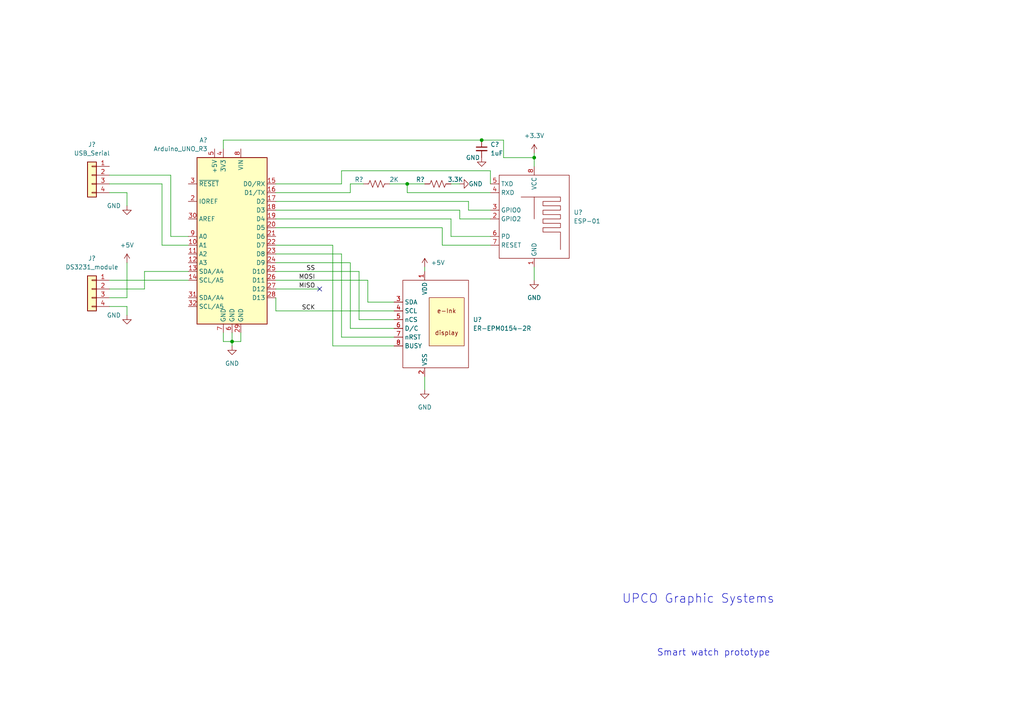
<source format=kicad_sch>
(kicad_sch (version 20211123) (generator eeschema)
  (paper "A4")
  (lib_symbols
    (symbol "Connector_Generic:Conn_01x04" (pin_names (offset 1.016) hide)
      (property "Reference" "J" (at 0 5.08 0))
      (property "Value" "Conn_01x04" (at 0 -7.62 0))
      (symbol "Conn_01x04_1_1"
        (rectangle (start -1.27 -4.953) (end 0 -5.207) (stroke (width 0.1524)))
        (rectangle (start -1.27 -2.413) (end 0 -2.667) (stroke (width 0.1524)))
        (rectangle (start -1.27 0.127) (end 0 -0.127) (stroke (width 0.1524)))
        (rectangle (start -1.27 2.667) (end 0 2.413) (stroke (width 0.1524)))
        (rectangle (start -1.27 3.81) (end 1.27 -6.35) (stroke (width 0.254)) (fill (type background)))
        (pin passive line (at -5.08 2.54 0) (length 3.81) (name "Pin_1") (number "1"))
        (pin passive line (at -5.08 0 0) (length 3.81) (name "Pin_2") (number "2"))
        (pin passive line (at -5.08 -2.54 0) (length 3.81) (name "Pin_3") (number "3"))
        (pin passive line (at -5.08 -5.08 0) (length 3.81) (name "Pin_4") (number "4"))
      )
    )
    (symbol "Device:C_Small" (pin_numbers hide) (pin_names (offset 0.254) hide)
      (property "Reference" "C" (at 0.254 1.778 0))
      (property "Value" "C_Small" (at 0.254 -2.032 0))
      (symbol "C_Small_0_1"
        (polyline (pts (xy -1.524 -0.508) (xy 1.524 -0.508)) (stroke (width 0.3302)))
        (polyline (pts (xy -1.524 0.508) (xy 1.524 0.508)) (stroke (width 0.3048)))
      )
      (symbol "C_Small_1_1"
        (pin passive line (at 0 2.54 270) (length 2.032) (name "~") (number "1"))
        (pin passive line (at 0 -2.54 90) (length 2.032) (name "~") (number "2"))
      )
    )
    (symbol "Device:R_US" (pin_numbers hide) (pin_names (offset 0))
      (property "Reference" "R" (at 2.54 0 90))
      (property "Value" "R_US" (at -2.54 0 90))
      (symbol "R_US_0_1"
        (polyline (pts (xy 0 -2.286) (xy 0 -2.54)))
        (polyline (pts (xy 0 2.286) (xy 0 2.54)))
        (polyline (pts (xy 0 -0.762) (xy 1.016 -1.143) (xy 0 -1.524) (xy -1.016 -1.905) (xy 0 -2.286)))
        (polyline (pts (xy 0 0.762) (xy 1.016 0.381) (xy 0 0) (xy -1.016 -0.381) (xy 0 -0.762)))
        (polyline (pts (xy 0 2.286) (xy 1.016 1.905) (xy 0 1.524) (xy -1.016 1.143) (xy 0 0.762)))
      )
      (symbol "R_US_1_1"
        (pin passive line (at 0 3.81 270) (length 1.27) (name "~") (number "1"))
        (pin passive line (at 0 -3.81 90) (length 1.27) (name "~") (number "2"))
      )
    )
    (symbol "MCU_Module:Arduino_UNO_R3"
      (property "Reference" "A" (at -10.16 23.495 0))
      (property "Value" "Arduino_UNO_R3" (at 5.08 -26.67 0))
      (symbol "Arduino_UNO_R3_0_1"
        (rectangle (start -10.16 22.86) (end 10.16 -25.4) (stroke (width 0.254)) (fill (type background)))
      )
      (symbol "Arduino_UNO_R3_1_1"
        (pin no_connect line (at -10.16 -20.32 0) (length 2.54) hide (name "NC") (number "1"))
        (pin bidirectional line (at 12.7 -2.54 180) (length 2.54) (name "A1") (number "10"))
        (pin bidirectional line (at 12.7 -5.08 180) (length 2.54) (name "A2") (number "11"))
        (pin bidirectional line (at 12.7 -7.62 180) (length 2.54) (name "A3") (number "12"))
        (pin bidirectional line (at 12.7 -10.16 180) (length 2.54) (name "SDA/A4") (number "13"))
        (pin bidirectional line (at 12.7 -12.7 180) (length 2.54) (name "SCL/A5") (number "14"))
        (pin bidirectional line (at -12.7 15.24 0) (length 2.54) (name "D0/RX") (number "15"))
        (pin bidirectional line (at -12.7 12.7 0) (length 2.54) (name "D1/TX") (number "16"))
        (pin bidirectional line (at -12.7 10.16 0) (length 2.54) (name "D2") (number "17"))
        (pin bidirectional line (at -12.7 7.62 0) (length 2.54) (name "D3") (number "18"))
        (pin bidirectional line (at -12.7 5.08 0) (length 2.54) (name "D4") (number "19"))
        (pin output line (at 12.7 10.16 180) (length 2.54) (name "IOREF") (number "2"))
        (pin bidirectional line (at -12.7 2.54 0) (length 2.54) (name "D5") (number "20"))
        (pin bidirectional line (at -12.7 0 0) (length 2.54) (name "D6") (number "21"))
        (pin bidirectional line (at -12.7 -2.54 0) (length 2.54) (name "D7") (number "22"))
        (pin bidirectional line (at -12.7 -5.08 0) (length 2.54) (name "D8") (number "23"))
        (pin bidirectional line (at -12.7 -7.62 0) (length 2.54) (name "D9") (number "24"))
        (pin bidirectional line (at -12.7 -10.16 0) (length 2.54) (name "D10") (number "25"))
        (pin bidirectional line (at -12.7 -12.7 0) (length 2.54) (name "D11") (number "26"))
        (pin bidirectional line (at -12.7 -15.24 0) (length 2.54) (name "D12") (number "27"))
        (pin bidirectional line (at -12.7 -17.78 0) (length 2.54) (name "D13") (number "28"))
        (pin power_in line (at -2.54 -27.94 90) (length 2.54) (name "GND") (number "29"))
        (pin input line (at 12.7 15.24 180) (length 2.54) (name "~{RESET}") (number "3"))
        (pin input line (at 12.7 5.08 180) (length 2.54) (name "AREF") (number "30"))
        (pin bidirectional line (at 12.7 -17.78 180) (length 2.54) (name "SDA/A4") (number "31"))
        (pin bidirectional line (at 12.7 -20.32 180) (length 2.54) (name "SCL/A5") (number "32"))
        (pin power_out line (at 2.54 25.4 270) (length 2.54) (name "3V3") (number "4"))
        (pin power_out line (at 5.08 25.4 270) (length 2.54) (name "+5V") (number "5"))
        (pin power_in line (at 0 -27.94 90) (length 2.54) (name "GND") (number "6"))
        (pin power_in line (at 2.54 -27.94 90) (length 2.54) (name "GND") (number "7"))
        (pin power_in line (at -2.54 25.4 270) (length 2.54) (name "VIN") (number "8"))
        (pin bidirectional line (at 12.7 0 180) (length 2.54) (name "A0") (number "9"))
      )
    )
    (symbol "Wireless:ESP-01"
      (property "Reference" "U" (at 1.27 7.62 0))
      (property "Value" "ESP-01" (at 3.81 5.08 0))
      (symbol "ESP-01_0_1"
        (polyline (pts (xy 12.7 -3.81) (xy 12.7 -10.16)))
        (polyline (pts (xy 20.32 -19.05) (xy 20.32 -13.97) (xy 15.24 -13.97) (xy 15.24 -12.7) (xy 20.32 -12.7) (xy 20.32 -11.43) (xy 15.24 -11.43) (xy 15.24 -10.16) (xy 20.32 -10.16) (xy 20.32 -8.89) (xy 15.24 -8.89) (xy 15.24 -7.62) (xy 20.32 -7.62) (xy 20.32 -6.35) (xy 15.24 -6.35) (xy 15.24 -5.08) (xy 20.32 -5.08) (xy 20.32 -3.81) (xy 8.89 -3.81)))
        (rectangle (start 2.54 2.54) (end 22.86 -21.59))
      )
      (symbol "ESP-01_1_1"
        (pin input line (at 12.7 -24.13 90) (length 2.54) (name "GND") (number "1"))
        (pin input line (at 0 -10.16 0) (length 2.54) (name "GPIO2") (number "2"))
        (pin input line (at 0 -7.62 0) (length 2.54) (name "GPIO0") (number "3"))
        (pin input line (at 0 -2.54 0) (length 2.54) (name "RXD") (number "4"))
        (pin input line (at 0 0 0) (length 2.54) (name "TXD") (number "5"))
        (pin input line (at 0 -15.24 0) (length 2.54) (name "PD") (number "6"))
        (pin input line (at 0 -17.78 0) (length 2.54) (name "RESET") (number "7"))
        (pin input line (at 12.7 5.08 270) (length 2.54) (name "VCC") (number "8"))
      )
    )
    (symbol "e-ink:ER-EPM0154-2R"
      (property "Reference" "U" (at 12.7 7.62 0))
      (property "Value" "ER-EPM0154-2R" (at 20.32 5.08 0))
      (symbol "ER-EPM0154-2R_0_0"
        (text "display" (at 15.24 -11.43 0) (effects (font (size 1.27 1.27))))
        (text "e-Ink" (at 15.24 -5.08 0) (effects (font (size 1.27 1.27))))
      )
      (symbol "ER-EPM0154-2R_0_1"
        (rectangle (start 2.54 3.81) (end 21.59 -21.59))
        (rectangle (start 10.16 -1.27) (end 20.32 -15.24) (fill (type background)))
      )
      (symbol "ER-EPM0154-2R_1_1"
        (pin input line (at 8.89 6.35 270) (length 2.54) (name "VDD") (number "1"))
        (pin input line (at 8.89 -24.13 90) (length 2.54) (name "VSS") (number "2"))
        (pin input line (at 0 -2.54 0) (length 2.54) (name "SDA") (number "3"))
        (pin input line (at 0 -5.08 0) (length 2.54) (name "SCL") (number "4"))
        (pin input line (at 0 -7.62 0) (length 2.54) (name "nCS") (number "5"))
        (pin input line (at 0 -10.16 0) (length 2.54) (name "D/C") (number "6"))
        (pin input line (at 0 -12.7 0) (length 2.54) (name "nRST") (number "7"))
        (pin input line (at 0 -15.24 0) (length 2.54) (name "BUSY") (number "8"))
      )
    )
    (symbol "power:+3.3V" (power) (pin_names (offset 0))
      (property "Value" "+3.3V" (at 0 3.556 0))
      (symbol "+3.3V_0_1"
        (polyline (pts (xy -0.762 1.27) (xy 0 2.54)))
        (polyline (pts (xy 0 0) (xy 0 2.54)))
        (polyline (pts (xy 0 2.54) (xy 0.762 1.27)))
      )
      (symbol "+3.3V_1_1"
        (pin power_in line (at 0 0 90) (length 0) hide (name "+3.3V") (number "1"))
      )
    )
    (symbol "power:+5V" (power) (pin_names (offset 0))
      (property "Value" "+5V" (at 0 3.556 0))
      (symbol "+5V_0_1"
        (polyline (pts (xy -0.762 1.27) (xy 0 2.54)))
        (polyline (pts (xy 0 0) (xy 0 2.54)))
        (polyline (pts (xy 0 2.54) (xy 0.762 1.27)))
      )
      (symbol "+5V_1_1"
        (pin power_in line (at 0 0 90) (length 0) hide (name "+5V") (number "1"))
      )
    )
    (symbol "power:GND" (power) (pin_names (offset 0))
      (property "Value" "GND" (at 0 -3.81 0))
      (symbol "GND_0_1"
        (polyline (pts (xy 0 0) (xy 0 -1.27) (xy 1.27 -1.27) (xy 0 -2.54) (xy -1.27 -1.27) (xy 0 -1.27)))
      )
      (symbol "GND_1_1"
        (pin power_in line (at 0 0 270) (length 0) hide (name "GND") (number "1"))
      )
    )
  )
  (junction (at 118.11 53.34))
  (junction (at 139.7 40.64))
  (junction (at 67.31 99.06))
  (junction (at 154.94 45.72))
  (no_connect (at 92.71 83.82))
  (wire (pts (xy 123.19 109.22) (xy 123.19 113.03)))
  (wire (pts (xy 146.05 40.64) (xy 146.05 45.72)))
  (wire (pts (xy 49.53 68.58) (xy 54.61 68.58)))
  (wire (pts (xy 128.27 66.04) (xy 128.27 71.12)))
  (wire (pts (xy 36.83 91.44) (xy 36.83 88.9)))
  (wire (pts (xy 118.11 53.34) (xy 123.19 53.34)))
  (wire (pts (xy 113.03 53.34) (xy 118.11 53.34)))
  (wire (pts (xy 130.81 68.58) (xy 130.81 63.5)))
  (wire (pts (xy 49.53 50.8) (xy 49.53 68.58)))
  (wire (pts (xy 135.89 60.96) (xy 142.24 60.96)))
  (wire (pts (xy 31.75 53.34) (xy 46.99 53.34)))
  (wire (pts (xy 118.11 53.34) (xy 118.11 55.88)))
  (wire (pts (xy 46.99 71.12) (xy 54.61 71.12)))
  (wire (pts (xy 80.01 53.34) (xy 99.06 53.34)))
  (wire (pts (xy 133.35 63.5) (xy 142.24 63.5)))
  (wire (pts (xy 139.7 40.64) (xy 146.05 40.64)))
  (wire (pts (xy 101.6 53.34) (xy 105.41 53.34)))
  (wire (pts (xy 80.01 78.74) (xy 104.14 78.74)))
  (wire (pts (xy 31.75 83.82) (xy 41.91 83.82)))
  (wire (pts (xy 114.3 95.25) (xy 101.6 95.25)))
  (wire (pts (xy 31.75 50.8) (xy 49.53 50.8)))
  (wire (pts (xy 154.94 45.72) (xy 154.94 48.26)))
  (wire (pts (xy 36.83 86.36) (xy 31.75 86.36)))
  (wire (pts (xy 80.01 66.04) (xy 128.27 66.04)))
  (wire (pts (xy 133.35 60.96) (xy 133.35 63.5)))
  (wire (pts (xy 96.52 100.33) (xy 96.52 71.12)))
  (wire (pts (xy 106.68 81.28) (xy 106.68 87.63)))
  (wire (pts (xy 92.71 83.82) (xy 80.01 83.82)))
  (wire (pts (xy 114.3 100.33) (xy 96.52 100.33)))
  (wire (pts (xy 99.06 73.66) (xy 99.06 97.79)))
  (wire (pts (xy 80.01 81.28) (xy 106.68 81.28)))
  (wire (pts (xy 67.31 99.06) (xy 69.85 99.06)))
  (wire (pts (xy 101.6 55.88) (xy 101.6 53.34)))
  (wire (pts (xy 106.68 87.63) (xy 114.3 87.63)))
  (wire (pts (xy 80.01 73.66) (xy 99.06 73.66)))
  (wire (pts (xy 64.77 40.64) (xy 139.7 40.64)))
  (wire (pts (xy 96.52 71.12) (xy 80.01 71.12)))
  (wire (pts (xy 99.06 97.79) (xy 114.3 97.79)))
  (wire (pts (xy 154.94 44.45) (xy 154.94 45.72)))
  (wire (pts (xy 36.83 88.9) (xy 31.75 88.9)))
  (wire (pts (xy 80.01 58.42) (xy 135.89 58.42)))
  (wire (pts (xy 118.11 55.88) (xy 142.24 55.88)))
  (wire (pts (xy 69.85 99.06) (xy 69.85 96.52)))
  (wire (pts (xy 104.14 92.71) (xy 114.3 92.71)))
  (wire (pts (xy 64.77 99.06) (xy 67.31 99.06)))
  (wire (pts (xy 123.19 77.47) (xy 123.19 78.74)))
  (wire (pts (xy 36.83 55.88) (xy 31.75 55.88)))
  (wire (pts (xy 41.91 78.74) (xy 54.61 78.74)))
  (wire (pts (xy 154.94 77.47) (xy 154.94 81.28)))
  (wire (pts (xy 31.75 81.28) (xy 54.61 81.28)))
  (wire (pts (xy 36.83 76.2) (xy 36.83 86.36)))
  (wire (pts (xy 41.91 83.82) (xy 41.91 78.74)))
  (wire (pts (xy 80.01 90.17) (xy 114.3 90.17)))
  (wire (pts (xy 99.06 53.34) (xy 99.06 49.53)))
  (wire (pts (xy 36.83 59.69) (xy 36.83 55.88)))
  (wire (pts (xy 104.14 78.74) (xy 104.14 92.71)))
  (wire (pts (xy 101.6 76.2) (xy 80.01 76.2)))
  (wire (pts (xy 128.27 71.12) (xy 142.24 71.12)))
  (wire (pts (xy 101.6 95.25) (xy 101.6 76.2)))
  (wire (pts (xy 80.01 55.88) (xy 101.6 55.88)))
  (wire (pts (xy 130.81 53.34) (xy 133.35 53.34)))
  (wire (pts (xy 80.01 90.17) (xy 80.01 86.36)))
  (wire (pts (xy 46.99 53.34) (xy 46.99 71.12)))
  (wire (pts (xy 130.81 63.5) (xy 80.01 63.5)))
  (wire (pts (xy 64.77 96.52) (xy 64.77 99.06)))
  (wire (pts (xy 146.05 45.72) (xy 154.94 45.72)))
  (wire (pts (xy 99.06 49.53) (xy 142.24 49.53)))
  (wire (pts (xy 67.31 96.52) (xy 67.31 99.06)))
  (wire (pts (xy 142.24 68.58) (xy 130.81 68.58)))
  (wire (pts (xy 67.31 99.06) (xy 67.31 100.33)))
  (wire (pts (xy 64.77 43.18) (xy 64.77 40.64)))
  (wire (pts (xy 80.01 60.96) (xy 133.35 60.96)))
  (wire (pts (xy 142.24 49.53) (xy 142.24 53.34)))
  (wire (pts (xy 135.89 58.42) (xy 135.89 60.96)))
  (text "UPCO Graphic Systems" (at 180.34 175.26 0) (effects (font (size 2.54 2.54)) (justify left bottom)))
  (text "Smart watch prototype" (at 190.5 190.5 0) (effects (font (size 1.905 1.905)) (justify left bottom)))
  (label "SS" (at 91.44 78.74 180))
  (label "SCK" (at 91.44 90.17 180))
  (label "MISO" (at 91.44 83.82 180))
  (label "MOSI" (at 91.44 81.28 180))
  (symbol (lib_id "MCU_Module:Arduino_UNO_R3") (at 67.31 68.58 0) (mirror y) (unit 1)
    (property "Reference" "A?" (at 60.2106 40.64 0) (effects (justify left)))
    (property "Value" "Arduino_UNO_R3" (at 60.2106 43.18 0) (effects (justify left)))
    (property "Footprint" "Module:Arduino_UNO_R3" (effects hide))
    (property "Datasheet" "https://www.arduino.cc/en/Main/arduinoBoardUno" (effects hide))
  )
  (symbol (lib_id "power:GND") (at 123.19 113.03 0) (unit 1)
    (property "Reference" "#PWR?" (effects hide))
    (property "Value" "GND" (at 123.19 118.11 0))
  )
  (symbol (lib_id "Connector_Generic:Conn_01x04") (at 26.67 83.82 0) (mirror y) (unit 1)
    (property "Reference" "J?" (at 26.67 74.93 0))
    (property "Value" "DS3231_module" (at 26.67 77.47 0))
  )
  (symbol (lib_id "Device:R_US") (at 127 53.34 90) (unit 1)
    (property "Reference" "R?" (at 121.92 52.07 90))
    (property "Value" "3.3K" (at 132.08 52.07 90))
  )
  (symbol (lib_id "Wireless:ESP-01") (at 142.24 53.34 0) (unit 1)
    (property "Reference" "U?" (at 166.37 61.5949 0) (effects (justify left)))
    (property "Value" "ESP-01" (at 166.37 64.1349 0) (effects (justify left)))
  )
  (symbol (lib_id "Device:C_Small") (at 139.7 43.18 0) (unit 1)
    (property "Reference" "C?" (at 142.24 41.9162 0) (effects (justify left)))
    (property "Value" "1uF" (at 142.24 44.4562 0) (effects (justify left)))
  )
  (symbol (lib_id "power:GND") (at 139.7 45.72 0) (unit 1)
    (property "Reference" "#PWR?" (effects hide))
    (property "Value" "GND" (at 137.16 45.72 0))
  )
  (symbol (lib_id "power:GND") (at 67.31 100.33 0) (unit 1)
    (property "Reference" "#PWR?" (effects hide))
    (property "Value" "GND" (at 67.31 105.41 0))
  )
  (symbol (lib_id "power:+5V") (at 123.19 77.47 0) (unit 1)
    (property "Reference" "#PWR?" (effects hide))
    (property "Value" "+5V" (at 127 76.2 0))
  )
  (symbol (lib_id "power:GND") (at 133.35 53.34 90) (unit 1)
    (property "Reference" "#PWR?" (effects hide))
    (property "Value" "GND" (at 135.89 53.34 90) (effects (justify right)))
  )
  (symbol (lib_id "Device:R_US") (at 109.22 53.34 90) (unit 1)
    (property "Reference" "R?" (at 104.14 52.07 90))
    (property "Value" "2K" (at 114.3 52.07 90))
  )
  (symbol (lib_id "Connector_Generic:Conn_01x04") (at 26.67 50.8 0) (mirror y) (unit 1)
    (property "Reference" "J?" (at 26.67 41.91 0))
    (property "Value" "USB_Serial" (at 26.67 44.45 0))
  )
  (symbol (lib_id "power:+3.3V") (at 154.94 44.45 0) (unit 1)
    (property "Reference" "#PWR?" (effects hide))
    (property "Value" "+3.3V" (at 154.94 39.37 0))
  )
  (symbol (lib_id "power:+5V") (at 36.83 76.2 0) (unit 1)
    (property "Reference" "#PWR?" (effects hide))
    (property "Value" "+5V" (at 36.83 71.12 0))
  )
  (symbol (lib_id "e-ink:ER-EPM0154-2R") (at 114.3 85.09 0) (unit 1)
    (property "Reference" "U?" (at 137.16 92.7099 0) (effects (justify left)))
    (property "Value" "ER-EPM0154-2R" (at 137.16 95.2499 0) (effects (justify left)))
  )
  (symbol (lib_id "power:GND") (at 154.94 81.28 0) (unit 1)
    (property "Reference" "#PWR?" (effects hide))
    (property "Value" "GND" (at 154.94 86.36 0))
  )
  (symbol (lib_id "power:GND") (at 36.83 91.44 0) (unit 1)
    (property "Reference" "#PWR?" (effects hide))
    (property "Value" "GND" (at 33.02 91.44 0))
  )
  (symbol (lib_id "power:GND") (at 36.83 59.69 0) (unit 1)
    (property "Reference" "#PWR?" (effects hide))
    (property "Value" "GND" (at 33.02 59.69 0))
  )
)
</source>
